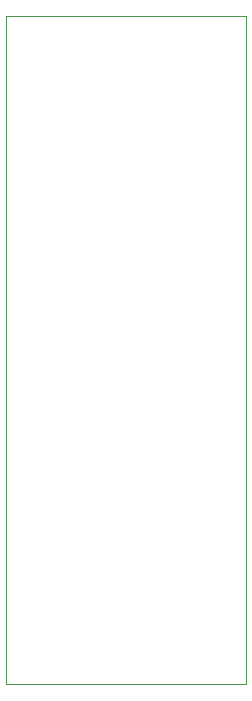
<source format=gbr>
G04 #@! TF.GenerationSoftware,KiCad,Pcbnew,5.1.4-e60b266~84~ubuntu18.04.1*
G04 #@! TF.CreationDate,2019-10-08T20:02:31-04:00*
G04 #@! TF.ProjectId,TSAL-driver,5453414c-2d64-4726-9976-65722e6b6963,rev?*
G04 #@! TF.SameCoordinates,Original*
G04 #@! TF.FileFunction,Profile,NP*
%FSLAX46Y46*%
G04 Gerber Fmt 4.6, Leading zero omitted, Abs format (unit mm)*
G04 Created by KiCad (PCBNEW 5.1.4-e60b266~84~ubuntu18.04.1) date 2019-10-08 20:02:31*
%MOMM*%
%LPD*%
G04 APERTURE LIST*
%ADD10C,0.050000*%
G04 APERTURE END LIST*
D10*
X144145000Y-57785000D02*
X123825000Y-57785000D01*
X144145000Y-114300000D02*
X144145000Y-57785000D01*
X123825000Y-114300000D02*
X144145000Y-114300000D01*
X123825000Y-57785000D02*
X123825000Y-114300000D01*
M02*

</source>
